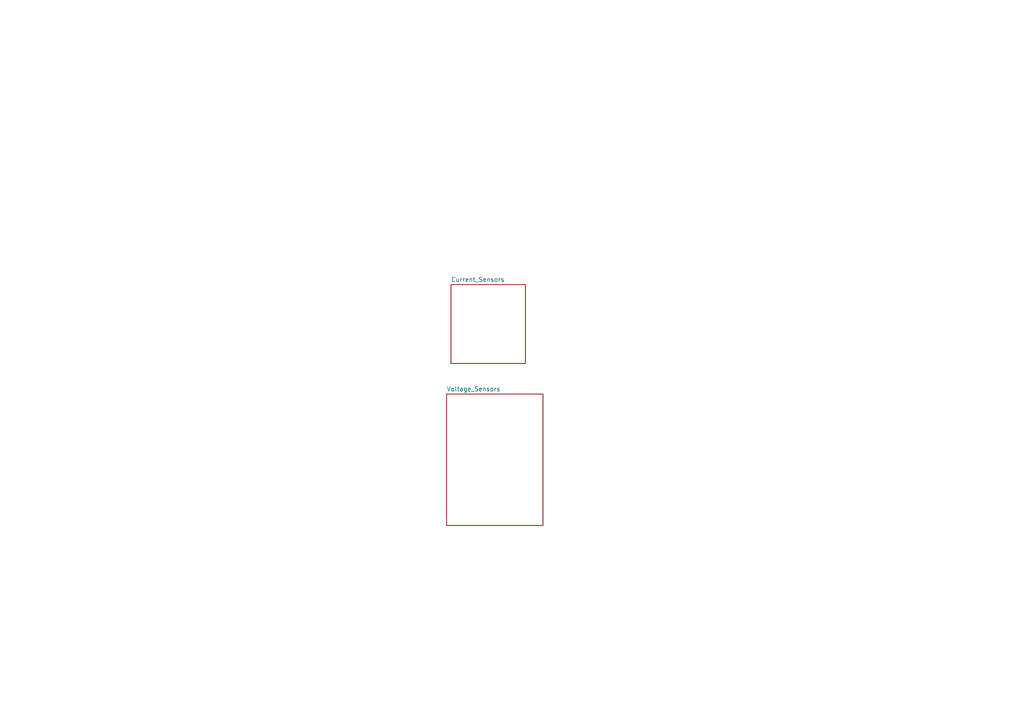
<source format=kicad_sch>
(kicad_sch
	(version 20231120)
	(generator "eeschema")
	(generator_version "8.0")
	(uuid "0a1d84f4-2301-402e-af34-7f6122a3d3d7")
	(paper "A4")
	(lib_symbols)
	(sheet
		(at 130.81 82.55)
		(size 21.59 22.86)
		(fields_autoplaced yes)
		(stroke
			(width 0.1524)
			(type solid)
		)
		(fill
			(color 0 0 0 0.0000)
		)
		(uuid "19c5bec3-01e1-4597-9c9f-2ec1d6769bd2")
		(property "Sheetname" "Current_Sensors"
			(at 130.81 81.8384 0)
			(effects
				(font
					(size 1.27 1.27)
				)
				(justify left bottom)
			)
		)
		(property "Sheetfile" "Current_Sensors.kicad_sch"
			(at 130.81 105.9946 0)
			(effects
				(font
					(size 1.27 1.27)
				)
				(justify left top)
				(hide yes)
			)
		)
		(instances
			(project "buck-boost-xp"
				(path "/3f994017-d36f-4c43-a8c8-740bd919e8ad/7dfdc527-63eb-455f-a929-bedb64dad3e1"
					(page "9")
				)
			)
		)
	)
	(sheet
		(at 129.54 114.3)
		(size 27.94 38.1)
		(fields_autoplaced yes)
		(stroke
			(width 0.1524)
			(type solid)
		)
		(fill
			(color 0 0 0 0.0000)
		)
		(uuid "d84d35e2-5f00-40be-8325-283910bae3f6")
		(property "Sheetname" "Voltage_Sensors"
			(at 129.54 113.5884 0)
			(effects
				(font
					(size 1.27 1.27)
				)
				(justify left bottom)
			)
		)
		(property "Sheetfile" "Voltage_Sensors.kicad_sch"
			(at 129.54 152.9846 0)
			(effects
				(font
					(size 1.27 1.27)
				)
				(justify left top)
				(hide yes)
			)
		)
		(instances
			(project "buck-boost-xp"
				(path "/3f994017-d36f-4c43-a8c8-740bd919e8ad/7dfdc527-63eb-455f-a929-bedb64dad3e1"
					(page "10")
				)
			)
		)
	)
)

</source>
